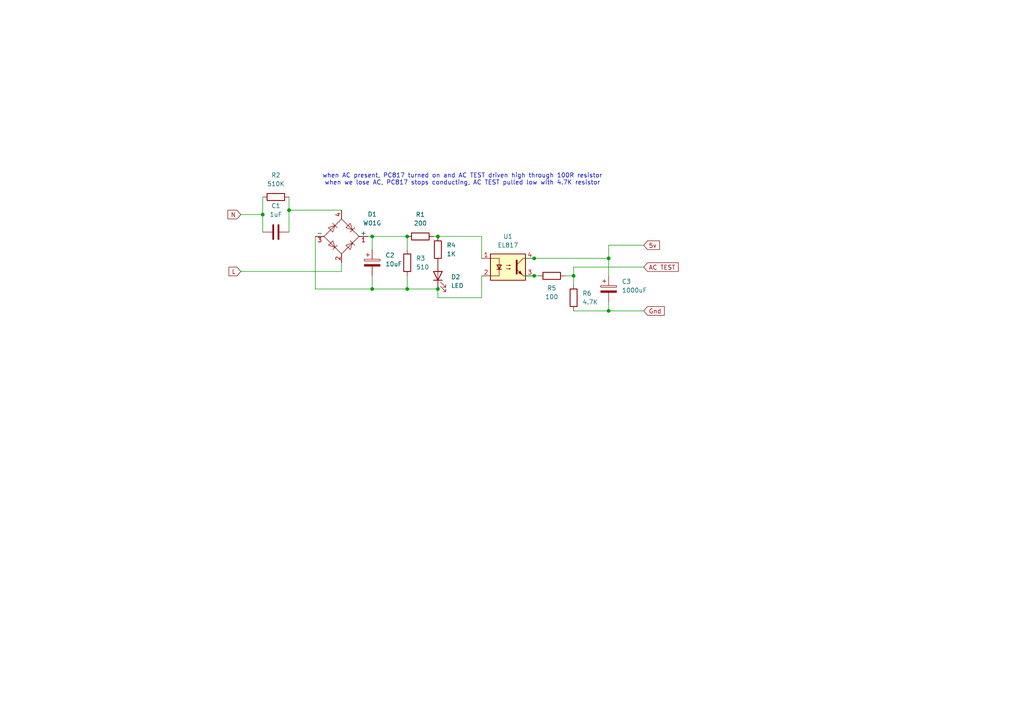
<source format=kicad_sch>
(kicad_sch (version 20231120) (generator "eeschema") (generator_version "8.0")
  (paper "A4")
  (lib_symbols
    (symbol "Device:C" (pin_numbers hide) (pin_names (offset 0.254))
      (property "Reference" "C" (at 0.635 2.54 0))
      (property "Value" "C" (at 0.635 -2.54 0))
      (symbol "C_0_1"
        (polyline (pts (xy -2.032 -0.762) (xy 2.032 -0.762)) (stroke (width 0.508)))
        (polyline (pts (xy -2.032 0.762) (xy 2.032 0.762)) (stroke (width 0.508)))
      )
      (symbol "C_1_1"
        (pin passive line (at 0 3.81 270) (length 2.794) (name "~") (number "1"))
        (pin passive line (at 0 -3.81 90) (length 2.794) (name "~") (number "2"))
      )
    )
    (symbol "Device:C_Polarized" (pin_numbers hide) (pin_names (offset 0.254))
      (property "Reference" "C" (at 0.635 2.54 0))
      (property "Value" "C_Polarized" (at 0.635 -2.54 0))
      (symbol "C_Polarized_0_1"
        (rectangle (start -2.286 0.508) (end 2.286 1.016))
        (polyline (pts (xy -1.778 2.286) (xy -0.762 2.286)))
        (polyline (pts (xy -1.27 2.794) (xy -1.27 1.778)))
        (rectangle (start 2.286 -0.508) (end -2.286 -1.016) (fill (type outline)))
      )
      (symbol "C_Polarized_1_1"
        (pin passive line (at 0 3.81 270) (length 2.794) (name "~") (number "1"))
        (pin passive line (at 0 -3.81 90) (length 2.794) (name "~") (number "2"))
      )
    )
    (symbol "Device:LED" (pin_numbers hide) (pin_names (offset 1.016) hide)
      (property "Reference" "D" (at 0 2.54 0))
      (property "Value" "LED" (at 0 -2.54 0))
      (symbol "LED_0_1"
        (polyline (pts (xy -1.27 -1.27) (xy -1.27 1.27)) (stroke (width 0.254)))
        (polyline (pts (xy -1.27 0) (xy 1.27 0)))
        (polyline (pts (xy 1.27 -1.27) (xy 1.27 1.27) (xy -1.27 0) (xy 1.27 -1.27)) (stroke (width 0.254)))
        (polyline (pts (xy -3.048 -0.762) (xy -4.572 -2.286) (xy -3.81 -2.286) (xy -4.572 -2.286) (xy -4.572 -1.524)))
        (polyline (pts (xy -1.778 -0.762) (xy -3.302 -2.286) (xy -2.54 -2.286) (xy -3.302 -2.286) (xy -3.302 -1.524)))
      )
      (symbol "LED_1_1"
        (pin passive line (at -3.81 0 0) (length 2.54) (name "K") (number "1"))
        (pin passive line (at 3.81 0 180) (length 2.54) (name "A") (number "2"))
      )
    )
    (symbol "Device:R" (pin_numbers hide) (pin_names (offset 0))
      (property "Reference" "R" (at 2.032 0 90))
      (property "Value" "R" (at 0 0 90))
      (symbol "R_0_1"
        (rectangle (start -1.016 -2.54) (end 1.016 2.54) (stroke (width 0.254)))
      )
      (symbol "R_1_1"
        (pin passive line (at 0 3.81 270) (length 1.27) (name "~") (number "1"))
        (pin passive line (at 0 -3.81 90) (length 1.27) (name "~") (number "2"))
      )
    )
    (symbol "Diode_Bridge:W01G" (pin_names (offset 0))
      (property "Reference" "D" (at 2.54 6.985 0))
      (property "Value" "W01G" (at 2.54 5.08 0))
      (symbol "W01G_0_1"
        (polyline (pts (xy -2.54 3.81) (xy -1.27 2.54)))
        (polyline (pts (xy -1.27 -2.54) (xy -2.54 -3.81)))
        (polyline (pts (xy 2.54 -1.27) (xy 3.81 -2.54)))
        (polyline (pts (xy 2.54 1.27) (xy 3.81 2.54)))
        (polyline (pts (xy -3.81 2.54) (xy -2.54 1.27) (xy -1.905 3.175) (xy -3.81 2.54)))
        (polyline (pts (xy -2.54 -1.27) (xy -3.81 -2.54) (xy -1.905 -3.175) (xy -2.54 -1.27)))
        (polyline (pts (xy 1.27 2.54) (xy 2.54 3.81) (xy 3.175 1.905) (xy 1.27 2.54)))
        (polyline (pts (xy 3.175 -1.905) (xy 1.27 -2.54) (xy 2.54 -3.81) (xy 3.175 -1.905)))
        (polyline (pts (xy -5.08 0) (xy 0 -5.08) (xy 5.08 0) (xy 0 5.08) (xy -5.08 0)))
      )
      (symbol "W01G_1_1"
        (pin passive line (at 7.62 0 180) (length 2.54) (name "+") (number "1"))
        (pin passive line (at 0 -7.62 90) (length 2.54) (name "~") (number "2"))
        (pin passive line (at -7.62 0 0) (length 2.54) (name "-") (number "3"))
        (pin passive line (at 0 7.62 270) (length 2.54) (name "~") (number "4"))
      )
    )
    (symbol "Isolator:EL817" (pin_names (offset 1.016))
      (property "Reference" "U" (at -5.08 5.08 0))
      (property "Value" "EL817" (at 0 5.08 0))
      (symbol "EL817_0_1"
        (rectangle (start -5.08 3.81) (end 5.08 -3.81) (stroke (width 0.254)) (fill (type background)))
        (polyline (pts (xy -3.175 -0.635) (xy -1.905 -0.635)) (stroke (width 0.254)))
        (polyline (pts (xy 2.54 0.635) (xy 4.445 2.54)))
        (polyline (pts (xy 4.445 -2.54) (xy 2.54 -0.635)) (fill (type outline)))
        (polyline (pts (xy 4.445 -2.54) (xy 5.08 -2.54)))
        (polyline (pts (xy 4.445 2.54) (xy 5.08 2.54)))
        (polyline (pts (xy -5.08 2.54) (xy -2.54 2.54) (xy -2.54 -0.635)))
        (polyline (pts (xy -2.54 -0.635) (xy -2.54 -2.54) (xy -5.08 -2.54)))
        (polyline (pts (xy 2.54 1.905) (xy 2.54 -1.905) (xy 2.54 -1.905)) (stroke (width 0.508)))
        (polyline (pts (xy -2.54 -0.635) (xy -3.175 0.635) (xy -1.905 0.635) (xy -2.54 -0.635)) (stroke (width 0.254)))
        (polyline (pts (xy -0.508 -0.508) (xy 0.762 -0.508) (xy 0.381 -0.635) (xy 0.381 -0.381) (xy 0.762 -0.508)))
        (polyline (pts (xy -0.508 0.508) (xy 0.762 0.508) (xy 0.381 0.381) (xy 0.381 0.635) (xy 0.762 0.508)))
        (polyline (pts (xy 3.048 -1.651) (xy 3.556 -1.143) (xy 4.064 -2.159) (xy 3.048 -1.651) (xy 3.048 -1.651)) (fill (type outline)))
      )
      (symbol "EL817_1_1"
        (pin passive line (at -7.62 2.54 0) (length 2.54) (name "~") (number "1"))
        (pin passive line (at -7.62 -2.54 0) (length 2.54) (name "~") (number "2"))
        (pin passive line (at 7.62 -2.54 180) (length 2.54) (name "~") (number "3"))
        (pin passive line (at 7.62 2.54 180) (length 2.54) (name "~") (number "4"))
      )
    )
  )
  (junction (at 76.2 62.23))
  (junction (at 107.95 68.58))
  (junction (at 127 83.82))
  (junction (at 166.37 80.01))
  (junction (at 118.11 83.82))
  (junction (at 176.53 90.17))
  (junction (at 176.53 74.93))
  (junction (at 127 68.58))
  (junction (at 83.82 60.96))
  (junction (at 118.11 68.58))
  (junction (at 154.94 74.93))
  (junction (at 154.94 80.01))
  (junction (at 107.95 83.82))
  (wire (pts (xy 83.82 60.96) (xy 83.82 67.31)))
  (wire (pts (xy 176.53 90.17) (xy 176.53 87.63)))
  (wire (pts (xy 107.95 68.58) (xy 107.95 72.39)))
  (wire (pts (xy 107.95 80.01) (xy 107.95 83.82)))
  (wire (pts (xy 106.68 68.58) (xy 107.95 68.58)))
  (wire (pts (xy 127 68.58) (xy 139.7 68.58)))
  (wire (pts (xy 91.44 68.58) (xy 91.44 83.82)))
  (wire (pts (xy 176.53 74.93) (xy 176.53 80.01)))
  (wire (pts (xy 118.11 72.39) (xy 118.11 68.58)))
  (wire (pts (xy 176.53 71.12) (xy 176.53 74.93)))
  (wire (pts (xy 69.85 62.23) (xy 76.2 62.23)))
  (wire (pts (xy 154.94 74.93) (xy 176.53 74.93)))
  (wire (pts (xy 91.44 83.82) (xy 107.95 83.82)))
  (wire (pts (xy 76.2 57.15) (xy 76.2 62.23)))
  (wire (pts (xy 107.95 83.82) (xy 118.11 83.82)))
  (wire (pts (xy 163.83 80.01) (xy 166.37 80.01)))
  (wire (pts (xy 166.37 80.01) (xy 166.37 77.47)))
  (wire (pts (xy 166.37 90.17) (xy 176.53 90.17)))
  (wire (pts (xy 176.53 90.17) (xy 186.69 90.17)))
  (wire (pts (xy 118.11 68.58) (xy 107.95 68.58)))
  (wire (pts (xy 166.37 80.01) (xy 166.37 82.55)))
  (wire (pts (xy 154.94 80.01) (xy 156.21 80.01)))
  (wire (pts (xy 152.4 80.01) (xy 154.94 80.01)))
  (wire (pts (xy 118.11 80.01) (xy 118.11 83.82)))
  (wire (pts (xy 83.82 60.96) (xy 99.06 60.96)))
  (wire (pts (xy 152.4 74.93) (xy 154.94 74.93)))
  (wire (pts (xy 76.2 62.23) (xy 76.2 67.31)))
  (wire (pts (xy 125.73 68.58) (xy 127 68.58)))
  (wire (pts (xy 118.11 83.82) (xy 127 83.82)))
  (wire (pts (xy 176.53 71.12) (xy 186.69 71.12)))
  (wire (pts (xy 127 86.36) (xy 139.7 86.36)))
  (wire (pts (xy 139.7 80.01) (xy 139.7 86.36)))
  (wire (pts (xy 127 83.82) (xy 127 86.36)))
  (wire (pts (xy 99.06 78.74) (xy 99.06 76.2)))
  (wire (pts (xy 166.37 77.47) (xy 186.69 77.47)))
  (wire (pts (xy 83.82 57.15) (xy 83.82 60.96)))
  (wire (pts (xy 139.7 68.58) (xy 139.7 74.93)))
  (wire (pts (xy 69.85 78.74) (xy 99.06 78.74)))
  (text "when AC present, PC817 turned on and AC TEST driven high through 100R resistor\nwhen we lose AC, PC817 stops conducting, AC TEST pulled low with 4.7K resistor" (at 134.112 52.07 0) (effects (font (size 1.27 1.27))))
  (global_label "N" (shape input) (at 69.85 62.23 180) (property "Intersheetrefs" "${INTERSHEET_REFS}" (effects (hide yes))))
  (global_label "L" (shape input) (at 69.85 78.74 180) (property "Intersheetrefs" "${INTERSHEET_REFS}" (effects (hide yes))))
  (global_label "5v" (shape input) (at 186.69 71.12 0) (property "Intersheetrefs" "${INTERSHEET_REFS}" (effects (hide yes))))
  (global_label "Gnd" (shape input) (at 186.69 90.17 0) (property "Intersheetrefs" "${INTERSHEET_REFS}" (effects (hide yes))))
  (global_label "AC TEST" (shape input) (at 186.69 77.47 0) (property "Intersheetrefs" "${INTERSHEET_REFS}" (effects (hide yes))))
  (symbol (lib_id "Device:R") (at 160.02 80.01 90) (unit 1)
    (property "Reference" "R5" (at 160.02 83.566 90))
    (property "Value" "100" (at 160.02 86.106 90))
    (property "Description" "Resistor" (effects (hide yes)))
  )
  (symbol (lib_id "Device:LED") (at 127 80.01 90) (unit 1)
    (property "Reference" "D2" (at 130.81 80.3274 90) (effects (justify right)))
    (property "Value" "LED" (at 130.81 82.8674 90) (effects (justify right)))
    (property "Description" "Light emitting diode" (effects (hide yes)))
  )
  (symbol (lib_id "Device:C_Polarized") (at 176.53 83.82 0) (unit 1)
    (property "Reference" "C3" (at 180.34 81.6609 0) (effects (justify left)))
    (property "Value" "1000uF" (at 180.34 84.2009 0) (effects (justify left)))
    (property "Description" "Polarized capacitor" (effects (hide yes)))
  )
  (symbol (lib_id "Device:R") (at 80.01 57.15 90) (unit 1)
    (property "Reference" "R2" (at 80.01 50.8 90))
    (property "Value" "510K" (at 80.01 53.34 90))
    (property "Description" "Resistor" (effects (hide yes)))
  )
  (symbol (lib_id "Device:C_Polarized") (at 107.95 76.2 0) (unit 1)
    (property "Reference" "C2" (at 111.76 74.0409 0) (effects (justify left)))
    (property "Value" "10uF" (at 111.76 76.5809 0) (effects (justify left)))
    (property "Description" "Polarized capacitor" (effects (hide yes)))
  )
  (symbol (lib_id "Isolator:EL817") (at 147.32 77.47 0) (unit 1)
    (property "Reference" "U1" (at 147.32 68.58 0))
    (property "Value" "EL817" (at 147.32 71.12 0))
    (property "Footprint" "Package_DIP:DIP-4_W7.62mm" (effects (hide yes)))
    (property "Datasheet" "http://www.everlight.com/file/ProductFile/EL817.pdf" (effects (hide yes)))
    (property "Description" "DC Optocoupler, Vce 35V, DIP-4" (effects (hide yes)))
  )
  (symbol (lib_id "Device:R") (at 127 72.39 0) (unit 1)
    (property "Reference" "R4" (at 129.54 71.1199 0) (effects (justify left)))
    (property "Value" "1K" (at 129.54 73.6599 0) (effects (justify left)))
    (property "Description" "Resistor" (effects (hide yes)))
  )
  (symbol (lib_id "Device:R") (at 121.92 68.58 90) (unit 1)
    (property "Reference" "R1" (at 121.92 62.23 90))
    (property "Value" "200" (at 121.92 64.77 90))
    (property "Description" "Resistor" (effects (hide yes)))
  )
  (symbol (lib_id "Device:C") (at 80.01 67.31 90) (unit 1)
    (property "Reference" "C1" (at 80.01 59.69 90))
    (property "Value" "1uF" (at 80.01 62.23 90))
    (property "Description" "Unpolarized capacitor" (effects (hide yes)))
  )
  (symbol (lib_id "Device:R") (at 166.37 86.36 0) (unit 1)
    (property "Reference" "R6" (at 168.91 85.0899 0) (effects (justify left)))
    (property "Value" "4.7K" (at 168.91 87.6299 0) (effects (justify left)))
    (property "Description" "Resistor" (effects (hide yes)))
  )
  (symbol (lib_id "Diode_Bridge:W01G") (at 99.06 68.58 0) (unit 1)
    (property "Reference" "D1" (at 107.95 62.1598 0))
    (property "Value" "W01G" (at 107.95 64.6998 0))
    (property "Footprint" "Diode_THT:Diode_Bridge_Round_D9.8mm" (effects (hide yes)))
    (property "Datasheet" "https://www.vishay.com/docs/88769/woo5g.pdf" (effects (hide yes)))
    (property "Description" "Glass Passivated Single-Phase Bridge Rectifier, 70V Vrms, 1.5A If, WOG package" (effects (hide yes)))
  )
  (symbol (lib_id "Device:R") (at 118.11 76.2 0) (unit 1)
    (property "Reference" "R3" (at 120.65 74.9299 0) (effects (justify left)))
    (property "Value" "510" (at 120.65 77.4699 0) (effects (justify left)))
    (property "Description" "Resistor" (effects (hide yes)))
  )
)
</source>
